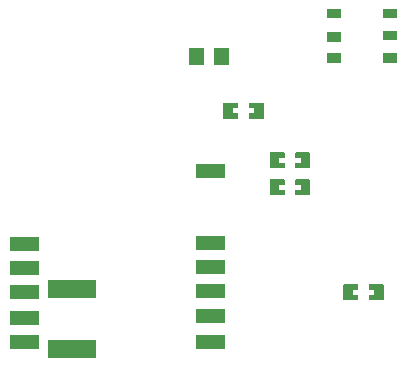
<source format=gbp>
G04 Layer: BottomPasteMaskLayer*
G04 EasyEDA v6.5.1, 2022-03-21 16:47:25*
G04 955ef46bbe064569b540ea905b21d435,97f3a3507f384188ab3f8c3e8ba95b97,10*
G04 Gerber Generator version 0.2*
G04 Scale: 100 percent, Rotated: No, Reflected: No *
G04 Dimensions in millimeters *
G04 leading zeros omitted , absolute positions ,4 integer and 5 decimal *
%FSLAX45Y45*%
%MOMM*%

%ADD20R,4.0640X1.5240*%

%LPD*%
G36*
X7085787Y1326286D02*
G01*
X7080808Y1321308D01*
X7080300Y1280312D01*
X7125309Y1280312D01*
X7125309Y1235303D01*
X7081316Y1235303D01*
X7080808Y1193292D01*
X7085787Y1188313D01*
X7200798Y1188313D01*
X7205827Y1193292D01*
X7205827Y1321308D01*
X7200798Y1326286D01*
G37*
G36*
X6870801Y1326286D02*
G01*
X6865823Y1321308D01*
X6865823Y1193292D01*
X6870801Y1188313D01*
X6985812Y1188313D01*
X6990791Y1193292D01*
X6990791Y1235303D01*
X6946290Y1235303D01*
X6946290Y1280312D01*
X6990283Y1280312D01*
X6990791Y1321308D01*
X6985812Y1326286D01*
G37*
G36*
X5854801Y2862986D02*
G01*
X5849772Y2858008D01*
X5849772Y2729992D01*
X5854801Y2725013D01*
X5969812Y2725013D01*
X5974791Y2729992D01*
X5975299Y2770987D01*
X5930290Y2770987D01*
X5930290Y2815996D01*
X5974283Y2815996D01*
X5974791Y2858008D01*
X5969812Y2862986D01*
G37*
G36*
X6069787Y2862986D02*
G01*
X6064808Y2858008D01*
X6064808Y2815996D01*
X6109309Y2815996D01*
X6109309Y2770987D01*
X6065316Y2770987D01*
X6064808Y2729992D01*
X6069787Y2725013D01*
X6184798Y2725013D01*
X6189776Y2729992D01*
X6189776Y2858008D01*
X6184798Y2862986D01*
G37*
G36*
X6463487Y2443886D02*
G01*
X6458508Y2438908D01*
X6458000Y2397912D01*
X6503009Y2397912D01*
X6503009Y2352903D01*
X6459016Y2352903D01*
X6458508Y2310892D01*
X6463487Y2305913D01*
X6578498Y2305913D01*
X6583527Y2310892D01*
X6583527Y2438908D01*
X6578498Y2443886D01*
G37*
G36*
X6248501Y2443886D02*
G01*
X6243523Y2438908D01*
X6243523Y2310892D01*
X6248501Y2305913D01*
X6363512Y2305913D01*
X6368491Y2310892D01*
X6368491Y2352903D01*
X6323990Y2352903D01*
X6323990Y2397912D01*
X6367983Y2397912D01*
X6368491Y2438908D01*
X6363512Y2443886D01*
G37*
G36*
X6463487Y2215286D02*
G01*
X6458508Y2210308D01*
X6458000Y2169312D01*
X6503009Y2169312D01*
X6503009Y2124303D01*
X6459016Y2124303D01*
X6458508Y2082292D01*
X6463487Y2077313D01*
X6578498Y2077313D01*
X6583527Y2082292D01*
X6583527Y2210308D01*
X6578498Y2215286D01*
G37*
G36*
X6248501Y2215286D02*
G01*
X6243523Y2210308D01*
X6243523Y2082292D01*
X6248501Y2077313D01*
X6363512Y2077313D01*
X6368491Y2082292D01*
X6368491Y2124303D01*
X6323990Y2124303D01*
X6323990Y2169312D01*
X6367983Y2169312D01*
X6368491Y2210308D01*
X6363512Y2215286D01*
G37*
G36*
X5557774Y3181095D02*
G01*
X5687822Y3181095D01*
X5687822Y3321050D01*
X5557774Y3321050D01*
G37*
G36*
X5767831Y3181095D02*
G01*
X5897879Y3181095D01*
X5897879Y3321050D01*
X5767831Y3321050D01*
G37*
G36*
X7199274Y3658996D02*
G01*
X7199274Y3578987D01*
X7319263Y3578987D01*
X7319263Y3658996D01*
G37*
G36*
X6728155Y3659301D02*
G01*
X6728155Y3579291D01*
X6848144Y3579291D01*
X6848144Y3659301D01*
G37*
G36*
X7198156Y3468928D02*
G01*
X7198156Y3388918D01*
X7318146Y3388918D01*
X7318146Y3468928D01*
G37*
G36*
X6728307Y3458921D02*
G01*
X6728307Y3378911D01*
X6848297Y3378911D01*
X6848297Y3458921D01*
G37*
G36*
X7198029Y3278860D02*
G01*
X7198029Y3198850D01*
X7318019Y3198850D01*
X7318019Y3278860D01*
G37*
G36*
X6726834Y3278911D02*
G01*
X6726834Y3198901D01*
X6846824Y3198901D01*
X6846824Y3278911D01*
G37*
G36*
X4040598Y778200D02*
G01*
X4290601Y778200D01*
X4290601Y898199D01*
X4040598Y898199D01*
G37*
G36*
X4040598Y981400D02*
G01*
X4290601Y981400D01*
X4290601Y1101399D01*
X4040598Y1101399D01*
G37*
G36*
X4040598Y1197300D02*
G01*
X4290601Y1197300D01*
X4290601Y1317299D01*
X4040598Y1317299D01*
G37*
G36*
X4040598Y1400500D02*
G01*
X4290601Y1400500D01*
X4290601Y1520499D01*
X4040598Y1520499D01*
G37*
G36*
X4040598Y1603700D02*
G01*
X4290601Y1603700D01*
X4290601Y1723699D01*
X4040598Y1723699D01*
G37*
G36*
X5615398Y778200D02*
G01*
X5865401Y778200D01*
X5865401Y898199D01*
X5615398Y898199D01*
G37*
G36*
X5615398Y994100D02*
G01*
X5865401Y994100D01*
X5865401Y1114099D01*
X5615398Y1114099D01*
G37*
G36*
X5615398Y1210000D02*
G01*
X5865401Y1210000D01*
X5865401Y1329999D01*
X5615398Y1329999D01*
G37*
G36*
X5615398Y1413200D02*
G01*
X5865401Y1413200D01*
X5865401Y1533199D01*
X5615398Y1533199D01*
G37*
G36*
X5615398Y1616400D02*
G01*
X5865401Y1616400D01*
X5865401Y1736399D01*
X5615398Y1736399D01*
G37*
G36*
X5615398Y2226000D02*
G01*
X5865401Y2226000D01*
X5865401Y2345999D01*
X5615398Y2345999D01*
G37*
D20*
G01*
X4572000Y1282700D03*
G01*
X4572000Y774700D03*
M02*

</source>
